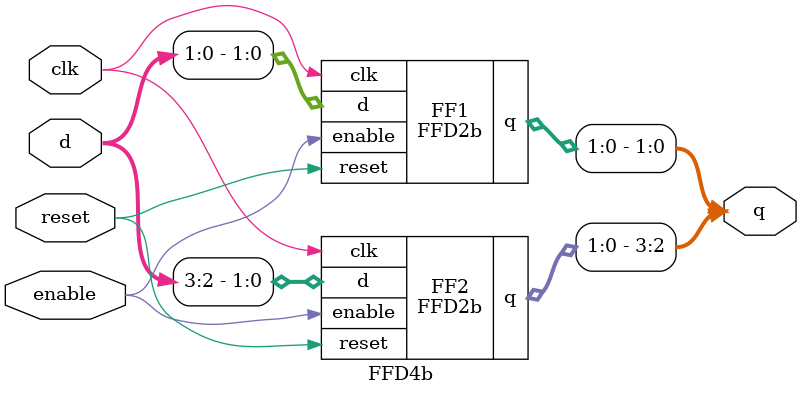
<source format=v>
module  FFD1b(input d,enable,reset,clk,output reg q);

    always @(posedge clk, posedge reset) begin //Reset
        if (reset) q = 0; //Si se activa el reset, la salida es 0
        else if (enable) q = d; //si el enable esta en 1, y el reset en 0, D pasa a Q
        //
    end

endmodule

module FFD2b(input wire [1:0] d, input wire enable, reset, clk, output wire [1:0] q );

    FFD1b FF1(d[0], enable, reset,clk, q[0]);
    FFD1b FF2(d[1], enable, reset,clk, q[1]);
    //Flip flop 1 y 2

endmodule

module FFD4b(input [3:0] d, input wire enable, reset, clk, output wire [3:0] q );

    FFD2b FF1(d[1:0], enable, reset,clk, q[1:0]); 
    FFD2b FF2(d[3:2], enable, reset,clk, q[3:2]); 
    //Flip Flops de los bits 0 y 1, 2 y 3
endmodule
</source>
